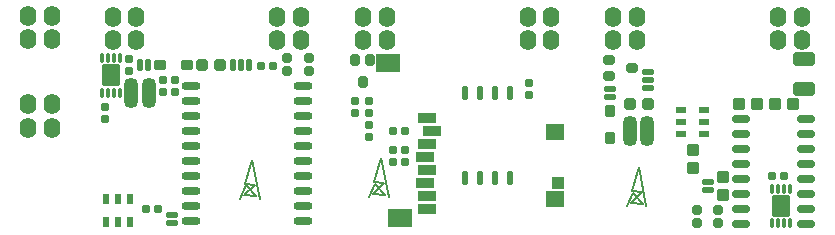
<source format=gbs>
G04*
G04 #@! TF.GenerationSoftware,Altium Limited,Altium Designer,19.1.5 (86)*
G04*
G04 Layer_Color=16711935*
%FSLAX25Y25*%
%MOIN*%
G70*
G01*
G75*
G04:AMPARAMS|DCode=25|XSize=47mil|YSize=19mil|CornerRadius=4.75mil|HoleSize=0mil|Usage=FLASHONLY|Rotation=90.000|XOffset=0mil|YOffset=0mil|HoleType=Round|Shape=RoundedRectangle|*
%AMROUNDEDRECTD25*
21,1,0.04700,0.00950,0,0,90.0*
21,1,0.03750,0.01900,0,0,90.0*
1,1,0.00950,0.00475,0.01875*
1,1,0.00950,0.00475,-0.01875*
1,1,0.00950,-0.00475,-0.01875*
1,1,0.00950,-0.00475,0.01875*
%
%ADD25ROUNDEDRECTD25*%
%ADD48C,0.00800*%
%ADD52O,0.05518X0.06935*%
G04:AMPARAMS|DCode=53|XSize=27.62mil|YSize=27.62mil|CornerRadius=4.36mil|HoleSize=0mil|Usage=FLASHONLY|Rotation=180.000|XOffset=0mil|YOffset=0mil|HoleType=Round|Shape=RoundedRectangle|*
%AMROUNDEDRECTD53*
21,1,0.02762,0.01890,0,0,180.0*
21,1,0.01890,0.02762,0,0,180.0*
1,1,0.00872,-0.00945,0.00945*
1,1,0.00872,0.00945,0.00945*
1,1,0.00872,0.00945,-0.00945*
1,1,0.00872,-0.00945,-0.00945*
%
%ADD53ROUNDEDRECTD53*%
%ADD54R,0.07880X0.05912*%
%ADD55R,0.05912X0.05518*%
%ADD56R,0.06306X0.03550*%
%ADD57R,0.04140X0.04337*%
G04:AMPARAMS|DCode=58|XSize=27.62mil|YSize=27.62mil|CornerRadius=4.36mil|HoleSize=0mil|Usage=FLASHONLY|Rotation=270.000|XOffset=0mil|YOffset=0mil|HoleType=Round|Shape=RoundedRectangle|*
%AMROUNDEDRECTD58*
21,1,0.02762,0.01890,0,0,270.0*
21,1,0.01890,0.02762,0,0,270.0*
1,1,0.00872,-0.00945,-0.00945*
1,1,0.00872,-0.00945,0.00945*
1,1,0.00872,0.00945,0.00945*
1,1,0.00872,0.00945,-0.00945*
%
%ADD58ROUNDEDRECTD58*%
G04:AMPARAMS|DCode=59|XSize=31.56mil|YSize=39.43mil|CornerRadius=8.89mil|HoleSize=0mil|Usage=FLASHONLY|Rotation=180.000|XOffset=0mil|YOffset=0mil|HoleType=Round|Shape=RoundedRectangle|*
%AMROUNDEDRECTD59*
21,1,0.03156,0.02165,0,0,180.0*
21,1,0.01378,0.03943,0,0,180.0*
1,1,0.01778,-0.00689,0.01083*
1,1,0.01778,0.00689,0.01083*
1,1,0.01778,0.00689,-0.01083*
1,1,0.01778,-0.00689,-0.01083*
%
%ADD59ROUNDEDRECTD59*%
G04:AMPARAMS|DCode=60|XSize=20mil|YSize=39mil|CornerRadius=4.4mil|HoleSize=0mil|Usage=FLASHONLY|Rotation=270.000|XOffset=0mil|YOffset=0mil|HoleType=Round|Shape=RoundedRectangle|*
%AMROUNDEDRECTD60*
21,1,0.02000,0.03020,0,0,270.0*
21,1,0.01120,0.03900,0,0,270.0*
1,1,0.00880,-0.01510,-0.00560*
1,1,0.00880,-0.01510,0.00560*
1,1,0.00880,0.01510,0.00560*
1,1,0.00880,0.01510,-0.00560*
%
%ADD60ROUNDEDRECTD60*%
G04:AMPARAMS|DCode=61|XSize=31.56mil|YSize=31.56mil|CornerRadius=6.13mil|HoleSize=0mil|Usage=FLASHONLY|Rotation=180.000|XOffset=0mil|YOffset=0mil|HoleType=Round|Shape=RoundedRectangle|*
%AMROUNDEDRECTD61*
21,1,0.03156,0.01929,0,0,180.0*
21,1,0.01929,0.03156,0,0,180.0*
1,1,0.01227,-0.00965,0.00965*
1,1,0.01227,0.00965,0.00965*
1,1,0.01227,0.00965,-0.00965*
1,1,0.01227,-0.00965,-0.00965*
%
%ADD61ROUNDEDRECTD61*%
G04:AMPARAMS|DCode=62|XSize=33.53mil|YSize=15.81mil|CornerRadius=4.95mil|HoleSize=0mil|Usage=FLASHONLY|Rotation=270.000|XOffset=0mil|YOffset=0mil|HoleType=Round|Shape=RoundedRectangle|*
%AMROUNDEDRECTD62*
21,1,0.03353,0.00591,0,0,270.0*
21,1,0.02362,0.01581,0,0,270.0*
1,1,0.00991,-0.00295,-0.01181*
1,1,0.00991,-0.00295,0.01181*
1,1,0.00991,0.00295,0.01181*
1,1,0.00991,0.00295,-0.01181*
%
%ADD62ROUNDEDRECTD62*%
G04:AMPARAMS|DCode=63|XSize=61.09mil|YSize=72.9mil|CornerRadius=7.71mil|HoleSize=0mil|Usage=FLASHONLY|Rotation=180.000|XOffset=0mil|YOffset=0mil|HoleType=Round|Shape=RoundedRectangle|*
%AMROUNDEDRECTD63*
21,1,0.06109,0.05748,0,0,180.0*
21,1,0.04567,0.07290,0,0,180.0*
1,1,0.01542,-0.02284,0.02874*
1,1,0.01542,0.02284,0.02874*
1,1,0.01542,0.02284,-0.02874*
1,1,0.01542,-0.02284,-0.02874*
%
%ADD63ROUNDEDRECTD63*%
G04:AMPARAMS|DCode=64|XSize=47.31mil|YSize=98.49mil|CornerRadius=19.32mil|HoleSize=0mil|Usage=FLASHONLY|Rotation=0.000|XOffset=0mil|YOffset=0mil|HoleType=Round|Shape=RoundedRectangle|*
%AMROUNDEDRECTD64*
21,1,0.04731,0.05984,0,0,0.0*
21,1,0.00866,0.09849,0,0,0.0*
1,1,0.03865,0.00433,-0.02992*
1,1,0.03865,-0.00433,-0.02992*
1,1,0.03865,-0.00433,0.02992*
1,1,0.03865,0.00433,0.02992*
%
%ADD64ROUNDEDRECTD64*%
G04:AMPARAMS|DCode=65|XSize=20mil|YSize=39mil|CornerRadius=4.4mil|HoleSize=0mil|Usage=FLASHONLY|Rotation=0.000|XOffset=0mil|YOffset=0mil|HoleType=Round|Shape=RoundedRectangle|*
%AMROUNDEDRECTD65*
21,1,0.02000,0.03020,0,0,0.0*
21,1,0.01120,0.03900,0,0,0.0*
1,1,0.00880,0.00560,-0.01510*
1,1,0.00880,-0.00560,-0.01510*
1,1,0.00880,-0.00560,0.01510*
1,1,0.00880,0.00560,0.01510*
%
%ADD65ROUNDEDRECTD65*%
%ADD66R,0.02368X0.03550*%
G04:AMPARAMS|DCode=67|XSize=39mil|YSize=39mil|CornerRadius=6.38mil|HoleSize=0mil|Usage=FLASHONLY|Rotation=0.000|XOffset=0mil|YOffset=0mil|HoleType=Round|Shape=RoundedRectangle|*
%AMROUNDEDRECTD67*
21,1,0.03900,0.02625,0,0,0.0*
21,1,0.02625,0.03900,0,0,0.0*
1,1,0.01275,0.01313,-0.01313*
1,1,0.01275,-0.01313,-0.01313*
1,1,0.01275,-0.01313,0.01313*
1,1,0.01275,0.01313,0.01313*
%
%ADD67ROUNDEDRECTD67*%
G04:AMPARAMS|DCode=68|XSize=39.43mil|YSize=35.5mil|CornerRadius=5.94mil|HoleSize=0mil|Usage=FLASHONLY|Rotation=180.000|XOffset=0mil|YOffset=0mil|HoleType=Round|Shape=RoundedRectangle|*
%AMROUNDEDRECTD68*
21,1,0.03943,0.02362,0,0,180.0*
21,1,0.02756,0.03550,0,0,180.0*
1,1,0.01187,-0.01378,0.01181*
1,1,0.01187,0.01378,0.01181*
1,1,0.01187,0.01378,-0.01181*
1,1,0.01187,-0.01378,-0.01181*
%
%ADD68ROUNDEDRECTD68*%
%ADD69O,0.06306X0.02762*%
G04:AMPARAMS|DCode=70|XSize=39mil|YSize=39mil|CornerRadius=5.5mil|HoleSize=0mil|Usage=FLASHONLY|Rotation=270.000|XOffset=0mil|YOffset=0mil|HoleType=Round|Shape=RoundedRectangle|*
%AMROUNDEDRECTD70*
21,1,0.03900,0.02800,0,0,270.0*
21,1,0.02800,0.03900,0,0,270.0*
1,1,0.01100,-0.01400,-0.01400*
1,1,0.01100,-0.01400,0.01400*
1,1,0.01100,0.01400,0.01400*
1,1,0.01100,0.01400,-0.01400*
%
%ADD70ROUNDEDRECTD70*%
G04:AMPARAMS|DCode=71|XSize=39mil|YSize=39mil|CornerRadius=5.5mil|HoleSize=0mil|Usage=FLASHONLY|Rotation=0.000|XOffset=0mil|YOffset=0mil|HoleType=Round|Shape=RoundedRectangle|*
%AMROUNDEDRECTD71*
21,1,0.03900,0.02800,0,0,0.0*
21,1,0.02800,0.03900,0,0,0.0*
1,1,0.01100,0.01400,-0.01400*
1,1,0.01100,-0.01400,-0.01400*
1,1,0.01100,-0.01400,0.01400*
1,1,0.01100,0.01400,0.01400*
%
%ADD71ROUNDEDRECTD71*%
G04:AMPARAMS|DCode=72|XSize=61.09mil|YSize=72.9mil|CornerRadius=4.85mil|HoleSize=0mil|Usage=FLASHONLY|Rotation=0.000|XOffset=0mil|YOffset=0mil|HoleType=Round|Shape=RoundedRectangle|*
%AMROUNDEDRECTD72*
21,1,0.06109,0.06319,0,0,0.0*
21,1,0.05138,0.07290,0,0,0.0*
1,1,0.00971,0.02569,-0.03159*
1,1,0.00971,-0.02569,-0.03159*
1,1,0.00971,-0.02569,0.03159*
1,1,0.00971,0.02569,0.03159*
%
%ADD72ROUNDEDRECTD72*%
G04:AMPARAMS|DCode=73|XSize=43.37mil|YSize=74.87mil|CornerRadius=6.92mil|HoleSize=0mil|Usage=FLASHONLY|Rotation=270.000|XOffset=0mil|YOffset=0mil|HoleType=Round|Shape=RoundedRectangle|*
%AMROUNDEDRECTD73*
21,1,0.04337,0.06102,0,0,270.0*
21,1,0.02953,0.07487,0,0,270.0*
1,1,0.01384,-0.03051,-0.01476*
1,1,0.01384,-0.03051,0.01476*
1,1,0.01384,0.03051,0.01476*
1,1,0.01384,0.03051,-0.01476*
%
%ADD73ROUNDEDRECTD73*%
G04:AMPARAMS|DCode=74|XSize=31.56mil|YSize=39.43mil|CornerRadius=8.89mil|HoleSize=0mil|Usage=FLASHONLY|Rotation=270.000|XOffset=0mil|YOffset=0mil|HoleType=Round|Shape=RoundedRectangle|*
%AMROUNDEDRECTD74*
21,1,0.03156,0.02165,0,0,270.0*
21,1,0.01378,0.03943,0,0,270.0*
1,1,0.01778,-0.01083,-0.00689*
1,1,0.01778,-0.01083,0.00689*
1,1,0.01778,0.01083,0.00689*
1,1,0.01778,0.01083,-0.00689*
%
%ADD74ROUNDEDRECTD74*%
G04:AMPARAMS|DCode=75|XSize=39.43mil|YSize=35.5mil|CornerRadius=5.94mil|HoleSize=0mil|Usage=FLASHONLY|Rotation=90.000|XOffset=0mil|YOffset=0mil|HoleType=Round|Shape=RoundedRectangle|*
%AMROUNDEDRECTD75*
21,1,0.03943,0.02362,0,0,90.0*
21,1,0.02756,0.03550,0,0,90.0*
1,1,0.01187,0.01181,0.01378*
1,1,0.01187,0.01181,-0.01378*
1,1,0.01187,-0.01181,-0.01378*
1,1,0.01187,-0.01181,0.01378*
%
%ADD75ROUNDEDRECTD75*%
%ADD76O,0.06109X0.02762*%
%ADD77R,0.03550X0.02368*%
D25*
X167716Y51100D02*
D03*
X162716D02*
D03*
X157716D02*
D03*
X152716D02*
D03*
Y22700D02*
D03*
X157716D02*
D03*
X162716D02*
D03*
X167716D02*
D03*
D48*
X120816Y16300D02*
X122716Y20700D01*
X122516Y21300D02*
X124816Y29300D01*
X122216Y17400D02*
X125816Y21000D01*
X122516Y21300D02*
X125816Y21000D01*
X122216Y17400D02*
X126216Y17100D01*
X122716Y20700D02*
X126216Y17100D01*
X124816Y29300D02*
X127316Y16300D01*
X81839Y28800D02*
X84339Y15800D01*
X79739Y20200D02*
X83239Y16600D01*
X79239Y16900D02*
X83239Y16600D01*
X79539Y20800D02*
X82839Y20500D01*
X79239Y16900D02*
X82839Y20500D01*
X79539Y20800D02*
X81839Y28800D01*
X77839Y15800D02*
X79739Y20200D01*
X206793Y13300D02*
X208693Y17700D01*
X208493Y18300D02*
X210793Y26300D01*
X208193Y14400D02*
X211793Y18000D01*
X208493Y18300D02*
X211793Y18000D01*
X208193Y14400D02*
X212193Y14100D01*
X208693Y17700D02*
X212193Y14100D01*
X210793Y26300D02*
X213293Y13300D01*
D52*
X7204Y68988D02*
D03*
X15078D02*
D03*
Y76862D02*
D03*
X7204D02*
D03*
Y39454D02*
D03*
X15078D02*
D03*
Y47329D02*
D03*
X7204D02*
D03*
X118797Y76461D02*
D03*
X126671D02*
D03*
Y68587D02*
D03*
X118797D02*
D03*
X173758D02*
D03*
X181632D02*
D03*
Y76461D02*
D03*
X173758D02*
D03*
X35320Y76462D02*
D03*
X43194D02*
D03*
Y68588D02*
D03*
X35320D02*
D03*
X90281D02*
D03*
X98155D02*
D03*
Y76462D02*
D03*
X90281D02*
D03*
X202274Y76462D02*
D03*
X210148D02*
D03*
Y68588D02*
D03*
X202274D02*
D03*
X257235D02*
D03*
X265109D02*
D03*
Y76462D02*
D03*
X257235D02*
D03*
D53*
X132684Y38400D02*
D03*
X128747D02*
D03*
Y31900D02*
D03*
X132684D02*
D03*
X128747Y27900D02*
D03*
X132684D02*
D03*
X84770Y59900D02*
D03*
X88707D02*
D03*
X46497Y12345D02*
D03*
X50434D02*
D03*
X259177Y23254D02*
D03*
X255240D02*
D03*
D54*
X131125Y9305D02*
D03*
X127188Y61077D02*
D03*
D55*
X182897Y38046D02*
D03*
Y15605D02*
D03*
D56*
X140141Y12416D02*
D03*
Y16746D02*
D03*
X139354Y21077D02*
D03*
X140141Y25408D02*
D03*
X139354Y29739D02*
D03*
X140141Y34069D02*
D03*
X141716Y38400D02*
D03*
X140141Y42731D02*
D03*
D57*
X183783Y21077D02*
D03*
D58*
X116216Y48368D02*
D03*
Y44431D02*
D03*
X174216Y54368D02*
D03*
Y50431D02*
D03*
X120716Y36431D02*
D03*
Y40368D02*
D03*
Y48368D02*
D03*
Y44431D02*
D03*
X40739Y58432D02*
D03*
Y62369D02*
D03*
X52239Y55318D02*
D03*
Y51381D02*
D03*
X56239Y55369D02*
D03*
Y51432D02*
D03*
X32739Y46369D02*
D03*
Y42432D02*
D03*
D59*
X116157Y62140D02*
D03*
X121275D02*
D03*
X118716Y54660D02*
D03*
D60*
X55239Y7600D02*
D03*
Y10200D02*
D03*
X233693Y21200D02*
D03*
Y18600D02*
D03*
X213693Y58000D02*
D03*
Y52800D02*
D03*
Y55400D02*
D03*
X201193Y52200D02*
D03*
Y49600D02*
D03*
D61*
X93636Y58235D02*
D03*
Y62565D02*
D03*
X100841D02*
D03*
Y58235D02*
D03*
X237295Y7735D02*
D03*
Y12065D02*
D03*
X230091D02*
D03*
Y7735D02*
D03*
D62*
X33754Y62609D02*
D03*
X35723D02*
D03*
X37691D02*
D03*
Y51191D02*
D03*
X35723D02*
D03*
X33754D02*
D03*
X31786D02*
D03*
Y62609D02*
D03*
X261146Y7691D02*
D03*
Y19109D02*
D03*
X259177D02*
D03*
X257209D02*
D03*
X255240D02*
D03*
Y7691D02*
D03*
X257209D02*
D03*
X259177D02*
D03*
D63*
X34739Y56900D02*
D03*
D64*
X41422Y51060D02*
D03*
X47328Y51060D02*
D03*
X213598Y38400D02*
D03*
X207693Y38400D02*
D03*
D65*
X47039Y60400D02*
D03*
X44439D02*
D03*
X80839D02*
D03*
X75639D02*
D03*
X78239D02*
D03*
D66*
X33301Y7963D02*
D03*
X37239D02*
D03*
X41176D02*
D03*
Y15837D02*
D03*
X37239D02*
D03*
X33301D02*
D03*
D67*
X65239Y60400D02*
D03*
X71239D02*
D03*
X207693Y47400D02*
D03*
X213693D02*
D03*
D68*
X60266Y60400D02*
D03*
X51211D02*
D03*
D69*
X61538Y8400D02*
D03*
Y13400D02*
D03*
Y18400D02*
D03*
Y23400D02*
D03*
Y28400D02*
D03*
Y33400D02*
D03*
Y38400D02*
D03*
Y43400D02*
D03*
Y48400D02*
D03*
Y53400D02*
D03*
X98939Y8400D02*
D03*
Y13400D02*
D03*
Y18400D02*
D03*
Y23400D02*
D03*
Y28400D02*
D03*
Y33400D02*
D03*
Y38400D02*
D03*
Y43400D02*
D03*
Y48400D02*
D03*
Y53400D02*
D03*
D70*
X238693Y22900D02*
D03*
Y16900D02*
D03*
X228765Y31900D02*
D03*
Y25900D02*
D03*
D71*
X244193Y47400D02*
D03*
X250193D02*
D03*
X256193D02*
D03*
X262193D02*
D03*
D72*
X258193Y13400D02*
D03*
D73*
X265693Y52479D02*
D03*
Y62321D02*
D03*
D74*
X200953Y56841D02*
D03*
Y61959D02*
D03*
X208433Y59400D02*
D03*
D75*
X201193Y35872D02*
D03*
Y44927D02*
D03*
D76*
X266421Y42400D02*
D03*
Y37400D02*
D03*
Y32400D02*
D03*
Y27400D02*
D03*
X244965Y42400D02*
D03*
Y37400D02*
D03*
Y32400D02*
D03*
Y27400D02*
D03*
X266421Y22400D02*
D03*
Y17400D02*
D03*
Y12400D02*
D03*
Y7400D02*
D03*
X244965Y22400D02*
D03*
Y17400D02*
D03*
Y12400D02*
D03*
Y7400D02*
D03*
D77*
X232630Y45337D02*
D03*
Y41400D02*
D03*
Y37463D02*
D03*
X224756D02*
D03*
Y41400D02*
D03*
Y45337D02*
D03*
M02*

</source>
